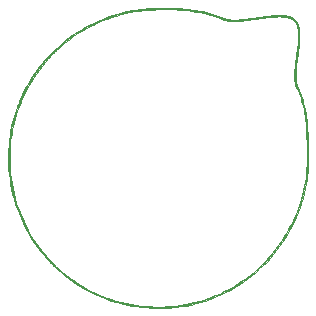
<source format=gbr>
G04 #@! TF.FileFunction,Profile,NP*
%FSLAX46Y46*%
G04 Gerber Fmt 4.6, Leading zero omitted, Abs format (unit mm)*
G04 Created by KiCad (PCBNEW no-vcs-found-product) date dom 12 lug 2015 22:33:50 CEST*
%MOMM*%
G01*
G04 APERTURE LIST*
%ADD10C,0.200000*%
%ADD11C,0.100000*%
G04 APERTURE END LIST*
D10*
D11*
G36*
X212723962Y-79023330D02*
X212723524Y-79355129D01*
X212723025Y-79458457D01*
X212722202Y-79588390D01*
X212721229Y-79705322D01*
X212720039Y-79810767D01*
X212718568Y-79906237D01*
X212716750Y-79993246D01*
X212714520Y-80073308D01*
X212711813Y-80147934D01*
X212708563Y-80218640D01*
X212704706Y-80286937D01*
X212700176Y-80354340D01*
X212694907Y-80422361D01*
X212688836Y-80492514D01*
X212681895Y-80566311D01*
X212674022Y-80645267D01*
X212670322Y-80681286D01*
X212619491Y-81102859D01*
X212611537Y-81154094D01*
X212611537Y-79445381D01*
X212611346Y-79343934D01*
X212610935Y-79235896D01*
X212610313Y-79122589D01*
X212609492Y-79005332D01*
X212608482Y-78885447D01*
X212607293Y-78764252D01*
X212605935Y-78643068D01*
X212604420Y-78523216D01*
X212602756Y-78406016D01*
X212600956Y-78292788D01*
X212599028Y-78184852D01*
X212596984Y-78083528D01*
X212594834Y-77990138D01*
X212594347Y-77970743D01*
X212585667Y-77681191D01*
X212574720Y-77405037D01*
X212561415Y-77141328D01*
X212545663Y-76889114D01*
X212527373Y-76647440D01*
X212506456Y-76415357D01*
X212482821Y-76191911D01*
X212456377Y-75976150D01*
X212427036Y-75767123D01*
X212394707Y-75563876D01*
X212359299Y-75365459D01*
X212336737Y-75249315D01*
X212282569Y-74995545D01*
X212223909Y-74753768D01*
X212160092Y-74521974D01*
X212090454Y-74298156D01*
X212014330Y-74080304D01*
X211931056Y-73866412D01*
X211839967Y-73654470D01*
X211740399Y-73442469D01*
X211736048Y-73433587D01*
X211692460Y-73338021D01*
X211655436Y-73241626D01*
X211624491Y-73142310D01*
X211599139Y-73037984D01*
X211578897Y-72926558D01*
X211563279Y-72805939D01*
X211551801Y-72674040D01*
X211548733Y-72625857D01*
X211544913Y-72545831D01*
X211542753Y-72463647D01*
X211542325Y-72378430D01*
X211543698Y-72289306D01*
X211546944Y-72195404D01*
X211552132Y-72095847D01*
X211559335Y-71989764D01*
X211568622Y-71876279D01*
X211580064Y-71754521D01*
X211593732Y-71623614D01*
X211609697Y-71482685D01*
X211628030Y-71330860D01*
X211648800Y-71167266D01*
X211672080Y-70991029D01*
X211694281Y-70827813D01*
X211717554Y-70657889D01*
X211738744Y-70501369D01*
X211757953Y-70357308D01*
X211775285Y-70224762D01*
X211790841Y-70102785D01*
X211804724Y-69990433D01*
X211817036Y-69886761D01*
X211827881Y-69790825D01*
X211837360Y-69701679D01*
X211845575Y-69618378D01*
X211852630Y-69539979D01*
X211858627Y-69465535D01*
X211863668Y-69394103D01*
X211867855Y-69324737D01*
X211871292Y-69256493D01*
X211874080Y-69188425D01*
X211875040Y-69160962D01*
X211878166Y-68976628D01*
X211874780Y-68804843D01*
X211864797Y-68645142D01*
X211848129Y-68497061D01*
X211824692Y-68360135D01*
X211794399Y-68233898D01*
X211757164Y-68117885D01*
X211712902Y-68011632D01*
X211661526Y-67914675D01*
X211637682Y-67876422D01*
X211612916Y-67842841D01*
X211579660Y-67803853D01*
X211540922Y-67762470D01*
X211499710Y-67721704D01*
X211459035Y-67684567D01*
X211421903Y-67654072D01*
X211400265Y-67638700D01*
X211308158Y-67585449D01*
X211206399Y-67538895D01*
X211094655Y-67498995D01*
X210972590Y-67465704D01*
X210839871Y-67438978D01*
X210696163Y-67418774D01*
X210541132Y-67405046D01*
X210374443Y-67397752D01*
X210195761Y-67396847D01*
X210004753Y-67402287D01*
X209801083Y-67414027D01*
X209732903Y-67419130D01*
X209668405Y-67424401D01*
X209603377Y-67430121D01*
X209536840Y-67436411D01*
X209467820Y-67443393D01*
X209395337Y-67451187D01*
X209318416Y-67459914D01*
X209236081Y-67469695D01*
X209147352Y-67480651D01*
X209051255Y-67492903D01*
X208946812Y-67506571D01*
X208833047Y-67521778D01*
X208708981Y-67538643D01*
X208573639Y-67557288D01*
X208426044Y-67577834D01*
X208265219Y-67600401D01*
X208240086Y-67603941D01*
X208078725Y-67626567D01*
X207930624Y-67647086D01*
X207794701Y-67665621D01*
X207669874Y-67682296D01*
X207555062Y-67697236D01*
X207449183Y-67710565D01*
X207351154Y-67722406D01*
X207259895Y-67732883D01*
X207174323Y-67742122D01*
X207093358Y-67750245D01*
X207015915Y-67757376D01*
X206940915Y-67763641D01*
X206867276Y-67769162D01*
X206793915Y-67774064D01*
X206719750Y-67778471D01*
X206716265Y-67778666D01*
X206653435Y-67781389D01*
X206582272Y-67783139D01*
X206505372Y-67783957D01*
X206425329Y-67783882D01*
X206344741Y-67782956D01*
X206266204Y-67781220D01*
X206192312Y-67778714D01*
X206125663Y-67775478D01*
X206068853Y-67771553D01*
X206032388Y-67767963D01*
X205898960Y-67749068D01*
X205777068Y-67725061D01*
X205664466Y-67695396D01*
X205558913Y-67659524D01*
X205512407Y-67640914D01*
X205475085Y-67625244D01*
X205429222Y-67605973D01*
X205379655Y-67585134D01*
X205331220Y-67564760D01*
X205311829Y-67556600D01*
X205048354Y-67451966D01*
X204772651Y-67354665D01*
X204485060Y-67264771D01*
X204185922Y-67182358D01*
X203875578Y-67107500D01*
X203554368Y-67040270D01*
X203222633Y-66980744D01*
X202880713Y-66928993D01*
X202528950Y-66885094D01*
X202167683Y-66849119D01*
X201984429Y-66834189D01*
X201888669Y-66827144D01*
X201798830Y-66820983D01*
X201713014Y-66815637D01*
X201629322Y-66811040D01*
X201545856Y-66807122D01*
X201460719Y-66803815D01*
X201372012Y-66801053D01*
X201277837Y-66798766D01*
X201176296Y-66796887D01*
X201065491Y-66795348D01*
X200943524Y-66794081D01*
X200841429Y-66793252D01*
X200704568Y-66792402D01*
X200580003Y-66791992D01*
X200465521Y-66792069D01*
X200358909Y-66792679D01*
X200257955Y-66793870D01*
X200160445Y-66795687D01*
X200064166Y-66798178D01*
X199966906Y-66801388D01*
X199866451Y-66805366D01*
X199760589Y-66810157D01*
X199647107Y-66815808D01*
X199564172Y-66820181D01*
X199499703Y-66823634D01*
X199436099Y-66827024D01*
X199375739Y-66830225D01*
X199321005Y-66833111D01*
X199274279Y-66835557D01*
X199237940Y-66837438D01*
X199219458Y-66838375D01*
X198825166Y-66865201D01*
X198429786Y-66906321D01*
X198033859Y-66961609D01*
X197637925Y-67030936D01*
X197242525Y-67114175D01*
X196848198Y-67211197D01*
X196455485Y-67321875D01*
X196064927Y-67446081D01*
X195677064Y-67583688D01*
X195292436Y-67734567D01*
X195115543Y-67808908D01*
X194912723Y-67898604D01*
X194702695Y-67996490D01*
X194488853Y-68100837D01*
X194274585Y-68209917D01*
X194063283Y-68322002D01*
X193858337Y-68435362D01*
X193663138Y-68548270D01*
X193650849Y-68555564D01*
X193367783Y-68728312D01*
X193093867Y-68904753D01*
X192827195Y-69086301D01*
X192565861Y-69274373D01*
X192307957Y-69470385D01*
X192051578Y-69675751D01*
X191794818Y-69891889D01*
X191535768Y-70120213D01*
X191497873Y-70154443D01*
X191460683Y-70188797D01*
X191414879Y-70232184D01*
X191361901Y-70283166D01*
X191303186Y-70340307D01*
X191240172Y-70402168D01*
X191174299Y-70467313D01*
X191107005Y-70534303D01*
X191039727Y-70601702D01*
X190973904Y-70668072D01*
X190910975Y-70731976D01*
X190852377Y-70791975D01*
X190799549Y-70846634D01*
X190753930Y-70894513D01*
X190716958Y-70934176D01*
X190709633Y-70942200D01*
X190428712Y-71260987D01*
X190161609Y-71583557D01*
X189908007Y-71910392D01*
X189667589Y-72241975D01*
X189440040Y-72578787D01*
X189225043Y-72921311D01*
X189022281Y-73270029D01*
X188831438Y-73625423D01*
X188652198Y-73987975D01*
X188516673Y-74284115D01*
X188446780Y-74446685D01*
X188375447Y-74620912D01*
X188303627Y-74804139D01*
X188232273Y-74993709D01*
X188162338Y-75186962D01*
X188094774Y-75381240D01*
X188030535Y-75573887D01*
X187970575Y-75762244D01*
X187915845Y-75943653D01*
X187892180Y-76025829D01*
X187809741Y-76331919D01*
X187736092Y-76637533D01*
X187670913Y-76944563D01*
X187613887Y-77254903D01*
X187564694Y-77570445D01*
X187523017Y-77893084D01*
X187488536Y-78224710D01*
X187460932Y-78567218D01*
X187458540Y-78602115D01*
X187455450Y-78656806D01*
X187452640Y-78724075D01*
X187450126Y-78801992D01*
X187447926Y-78888621D01*
X187446056Y-78982031D01*
X187444533Y-79080289D01*
X187443375Y-79181462D01*
X187442597Y-79283616D01*
X187442218Y-79384820D01*
X187442253Y-79483141D01*
X187442721Y-79576644D01*
X187443638Y-79663399D01*
X187445020Y-79741471D01*
X187446885Y-79808928D01*
X187447758Y-79832200D01*
X187472393Y-80261706D01*
X187510931Y-80688806D01*
X187563242Y-81113149D01*
X187629196Y-81534380D01*
X187708663Y-81952147D01*
X187801511Y-82366096D01*
X187907612Y-82775875D01*
X188026834Y-83181129D01*
X188159048Y-83581506D01*
X188304123Y-83976653D01*
X188461929Y-84366216D01*
X188632335Y-84749841D01*
X188815212Y-85127177D01*
X189010428Y-85497869D01*
X189217855Y-85861565D01*
X189437361Y-86217911D01*
X189668817Y-86566553D01*
X189912092Y-86907140D01*
X190167055Y-87239317D01*
X190189872Y-87267914D01*
X190300831Y-87404744D01*
X190410375Y-87535998D01*
X190520059Y-87663355D01*
X190631439Y-87788497D01*
X190746073Y-87913102D01*
X190865516Y-88038851D01*
X190991324Y-88167423D01*
X191125055Y-88300498D01*
X191268263Y-88439757D01*
X191333120Y-88501934D01*
X191506859Y-88665899D01*
X191673884Y-88819391D01*
X191835879Y-88963770D01*
X191994534Y-89100398D01*
X192151533Y-89230637D01*
X192308563Y-89355848D01*
X192467312Y-89477393D01*
X192629465Y-89596633D01*
X192796710Y-89714930D01*
X192970733Y-89833645D01*
X193040000Y-89879820D01*
X193393196Y-90105148D01*
X193753983Y-90318193D01*
X194122050Y-90518845D01*
X194497082Y-90706994D01*
X194878769Y-90882530D01*
X195266796Y-91045342D01*
X195660852Y-91195320D01*
X196060623Y-91332356D01*
X196465798Y-91456337D01*
X196876062Y-91567155D01*
X197291103Y-91664699D01*
X197710609Y-91748860D01*
X198134267Y-91819526D01*
X198561765Y-91876589D01*
X198780400Y-91900340D01*
X198888577Y-91910519D01*
X199006660Y-91920430D01*
X199131174Y-91929847D01*
X199258639Y-91938546D01*
X199385580Y-91946302D01*
X199508520Y-91952889D01*
X199623980Y-91958083D01*
X199727458Y-91961630D01*
X199768301Y-91962404D01*
X199821496Y-91962863D01*
X199884964Y-91963027D01*
X199956625Y-91962919D01*
X200034398Y-91962560D01*
X200116205Y-91961973D01*
X200199966Y-91961179D01*
X200283601Y-91960200D01*
X200365030Y-91959058D01*
X200442174Y-91957775D01*
X200512953Y-91956372D01*
X200575287Y-91954872D01*
X200627097Y-91953296D01*
X200663629Y-91951800D01*
X201084147Y-91924797D01*
X201497537Y-91885528D01*
X201904685Y-91833828D01*
X202306478Y-91769532D01*
X202703804Y-91692473D01*
X203097551Y-91602487D01*
X203488605Y-91499408D01*
X203877853Y-91383069D01*
X204099886Y-91310549D01*
X204486879Y-91172612D01*
X204869054Y-91021082D01*
X205246117Y-90856158D01*
X205617776Y-90678037D01*
X205983737Y-90486919D01*
X206343705Y-90283001D01*
X206697388Y-90066482D01*
X207044491Y-89837559D01*
X207384721Y-89596433D01*
X207717785Y-89343300D01*
X208043388Y-89078359D01*
X208361237Y-88801809D01*
X208671038Y-88513847D01*
X208972498Y-88214672D01*
X209265323Y-87904484D01*
X209452408Y-87695315D01*
X209727160Y-87370826D01*
X209990886Y-87037749D01*
X210243359Y-86696544D01*
X210484352Y-86347666D01*
X210713638Y-85991573D01*
X210930990Y-85628723D01*
X211136182Y-85259574D01*
X211328987Y-84884582D01*
X211509178Y-84504205D01*
X211676528Y-84118900D01*
X211830810Y-83729126D01*
X211971798Y-83335339D01*
X212099264Y-82937996D01*
X212212982Y-82537556D01*
X212312726Y-82134476D01*
X212390353Y-81769857D01*
X212454906Y-81414311D01*
X212508029Y-81061788D01*
X212550058Y-80709262D01*
X212581329Y-80353706D01*
X212602181Y-79992095D01*
X212608819Y-79807559D01*
X212609887Y-79758866D01*
X212610682Y-79696981D01*
X212611215Y-79623225D01*
X212611497Y-79538918D01*
X212611537Y-79445381D01*
X212611537Y-81154094D01*
X212554579Y-81520991D01*
X212475576Y-81935711D01*
X212382474Y-82347051D01*
X212275262Y-82755040D01*
X212153932Y-83159710D01*
X212018476Y-83561091D01*
X211868883Y-83959212D01*
X211705146Y-84354106D01*
X211527255Y-84745801D01*
X211385511Y-85035572D01*
X211186928Y-85413905D01*
X210976619Y-85784731D01*
X210754895Y-86147763D01*
X210522062Y-86502716D01*
X210278428Y-86849303D01*
X210024303Y-87187236D01*
X209759993Y-87516231D01*
X209485807Y-87836000D01*
X209202053Y-88146256D01*
X208909040Y-88446714D01*
X208607074Y-88737087D01*
X208296464Y-89017088D01*
X207977519Y-89286430D01*
X207650546Y-89544829D01*
X207315854Y-89791996D01*
X206973750Y-90027645D01*
X206624542Y-90251491D01*
X206268540Y-90463246D01*
X205906050Y-90662624D01*
X205537380Y-90849338D01*
X205162840Y-91023103D01*
X204782736Y-91183631D01*
X204767543Y-91189723D01*
X204382361Y-91336211D01*
X203990482Y-91470155D01*
X203592903Y-91591315D01*
X203190620Y-91699456D01*
X202784630Y-91794340D01*
X202375930Y-91875728D01*
X201965515Y-91943384D01*
X201554384Y-91997071D01*
X201251458Y-92027561D01*
X201167731Y-92034869D01*
X201092591Y-92041271D01*
X201024403Y-92046832D01*
X200961532Y-92051617D01*
X200902344Y-92055690D01*
X200845204Y-92059116D01*
X200788478Y-92061958D01*
X200730530Y-92064282D01*
X200669727Y-92066152D01*
X200604433Y-92067633D01*
X200533015Y-92068788D01*
X200453838Y-92069683D01*
X200365266Y-92070382D01*
X200265666Y-92070950D01*
X200153403Y-92071450D01*
X200137486Y-92071515D01*
X200012980Y-92071924D01*
X199901930Y-92072080D01*
X199803281Y-92071972D01*
X199715978Y-92071590D01*
X199638964Y-92070923D01*
X199571185Y-92069960D01*
X199511585Y-92068691D01*
X199459108Y-92067104D01*
X199412698Y-92065188D01*
X199386372Y-92063823D01*
X198984387Y-92035752D01*
X198590581Y-91997115D01*
X198202857Y-91947597D01*
X197819120Y-91886884D01*
X197437272Y-91814661D01*
X197055219Y-91730614D01*
X196875400Y-91687041D01*
X196467140Y-91578123D01*
X196064044Y-91456326D01*
X195666495Y-91321853D01*
X195274879Y-91174906D01*
X194889578Y-91015689D01*
X194510975Y-90844405D01*
X194139456Y-90661258D01*
X193775404Y-90466449D01*
X193419202Y-90260183D01*
X193071234Y-90042663D01*
X192731883Y-89814091D01*
X192401535Y-89574671D01*
X192080571Y-89324606D01*
X191769377Y-89064098D01*
X191548658Y-88867509D01*
X191496891Y-88819722D01*
X191436962Y-88763623D01*
X191370829Y-88701102D01*
X191300454Y-88634048D01*
X191227794Y-88564351D01*
X191154812Y-88493900D01*
X191083465Y-88424586D01*
X191015715Y-88358297D01*
X190953521Y-88296923D01*
X190898843Y-88242354D01*
X190870115Y-88213314D01*
X190593667Y-87921899D01*
X190326318Y-87619403D01*
X190068383Y-87306299D01*
X189820176Y-86983062D01*
X189582014Y-86650167D01*
X189354211Y-86308086D01*
X189137082Y-85957293D01*
X188930944Y-85598264D01*
X188736110Y-85231471D01*
X188552896Y-84857388D01*
X188381617Y-84476490D01*
X188375507Y-84462257D01*
X188211119Y-84060361D01*
X188060470Y-83653854D01*
X187923606Y-83242949D01*
X187800577Y-82827858D01*
X187691429Y-82408792D01*
X187596211Y-81985963D01*
X187514972Y-81559583D01*
X187447758Y-81129865D01*
X187394619Y-80697019D01*
X187355602Y-80261259D01*
X187332365Y-79861331D01*
X187330383Y-79804931D01*
X187328726Y-79736492D01*
X187327396Y-79658209D01*
X187326392Y-79572278D01*
X187325714Y-79480894D01*
X187325363Y-79386254D01*
X187325339Y-79290553D01*
X187325642Y-79195986D01*
X187326273Y-79104750D01*
X187327231Y-79019040D01*
X187328516Y-78941052D01*
X187330130Y-78872981D01*
X187332072Y-78817024D01*
X187332266Y-78812572D01*
X187358024Y-78387351D01*
X187397082Y-77967349D01*
X187449418Y-77552714D01*
X187515006Y-77143591D01*
X187593822Y-76740127D01*
X187685843Y-76342468D01*
X187791042Y-75950760D01*
X187833621Y-75806308D01*
X187871903Y-75682681D01*
X187915071Y-75548840D01*
X187962063Y-75407809D01*
X188011815Y-75262614D01*
X188063265Y-75116279D01*
X188115350Y-74971829D01*
X188167009Y-74832289D01*
X188217177Y-74700685D01*
X188261716Y-74587689D01*
X188422430Y-74206810D01*
X188596209Y-73831943D01*
X188783131Y-73462948D01*
X188983278Y-73099683D01*
X189196729Y-72742007D01*
X189423565Y-72389778D01*
X189663865Y-72042855D01*
X189844711Y-71797009D01*
X190048717Y-71533659D01*
X190258697Y-71277133D01*
X190476374Y-71025481D01*
X190703474Y-70776755D01*
X190941721Y-70529003D01*
X191146471Y-70325343D01*
X191453572Y-70035453D01*
X191770002Y-69755950D01*
X192095304Y-69487076D01*
X192429019Y-69229076D01*
X192770689Y-68982194D01*
X193119856Y-68746675D01*
X193476060Y-68522762D01*
X193838843Y-68310700D01*
X194207747Y-68110732D01*
X194582313Y-67923103D01*
X194962083Y-67748057D01*
X195346599Y-67585838D01*
X195735402Y-67436689D01*
X196128033Y-67300856D01*
X196524034Y-67178583D01*
X196922947Y-67070113D01*
X197324313Y-66975690D01*
X197510400Y-66936887D01*
X197842825Y-66875063D01*
X198172746Y-66823282D01*
X198503514Y-66781130D01*
X198838478Y-66748197D01*
X199180990Y-66724071D01*
X199288400Y-66718356D01*
X199346553Y-66715352D01*
X199413856Y-66711653D01*
X199484977Y-66707564D01*
X199554587Y-66703394D01*
X199617355Y-66699449D01*
X199622229Y-66699132D01*
X199661699Y-66697070D01*
X199714370Y-66695118D01*
X199778931Y-66693281D01*
X199854069Y-66691568D01*
X199938471Y-66689985D01*
X200030826Y-66688539D01*
X200129820Y-66687238D01*
X200234142Y-66686087D01*
X200342479Y-66685095D01*
X200453519Y-66684267D01*
X200565950Y-66683612D01*
X200678458Y-66683136D01*
X200789733Y-66682846D01*
X200898461Y-66682749D01*
X201003331Y-66682853D01*
X201103029Y-66683163D01*
X201196244Y-66683687D01*
X201281663Y-66684433D01*
X201357974Y-66685406D01*
X201423864Y-66686615D01*
X201478021Y-66688065D01*
X201505458Y-66689103D01*
X201865326Y-66709049D01*
X202221557Y-66737006D01*
X202572276Y-66772767D01*
X202915608Y-66816119D01*
X203249678Y-66866854D01*
X203522943Y-66915245D01*
X203809219Y-66972954D01*
X204083678Y-67035625D01*
X204348351Y-67103861D01*
X204605268Y-67178269D01*
X204856457Y-67259453D01*
X205103949Y-67348019D01*
X205349773Y-67444573D01*
X205477986Y-67498296D01*
X205566950Y-67534951D01*
X205650312Y-67566026D01*
X205730393Y-67591974D01*
X205809512Y-67613243D01*
X205889988Y-67630286D01*
X205974143Y-67643551D01*
X206064295Y-67653491D01*
X206162765Y-67660555D01*
X206271872Y-67665195D01*
X206346940Y-67667072D01*
X206423127Y-67668112D01*
X206498814Y-67668168D01*
X206574927Y-67667153D01*
X206652394Y-67664977D01*
X206732142Y-67661554D01*
X206815098Y-67656797D01*
X206902190Y-67650616D01*
X206994346Y-67642926D01*
X207092492Y-67633637D01*
X207197556Y-67622663D01*
X207310465Y-67609916D01*
X207432147Y-67595308D01*
X207563528Y-67578751D01*
X207705537Y-67560158D01*
X207859101Y-67539441D01*
X208025147Y-67516512D01*
X208200640Y-67491845D01*
X208364211Y-67468759D01*
X208514498Y-67447711D01*
X208652573Y-67428574D01*
X208779504Y-67411221D01*
X208896361Y-67395525D01*
X209004213Y-67381359D01*
X209104130Y-67368595D01*
X209197181Y-67357108D01*
X209284435Y-67346768D01*
X209366963Y-67337451D01*
X209445832Y-67329027D01*
X209522114Y-67321371D01*
X209596877Y-67314354D01*
X209671190Y-67307851D01*
X209746123Y-67301734D01*
X209822746Y-67295875D01*
X209891086Y-67290927D01*
X209949493Y-67287615D01*
X210017789Y-67285117D01*
X210093407Y-67283421D01*
X210173780Y-67282511D01*
X210256342Y-67282375D01*
X210338527Y-67283000D01*
X210417767Y-67284371D01*
X210491496Y-67286475D01*
X210557149Y-67289298D01*
X210612158Y-67292827D01*
X210634943Y-67294860D01*
X210786604Y-67313136D01*
X210925361Y-67336247D01*
X211052113Y-67364539D01*
X211167759Y-67398358D01*
X211273198Y-67438050D01*
X211369330Y-67483962D01*
X211457052Y-67536439D01*
X211537265Y-67595830D01*
X211610867Y-67662479D01*
X211624112Y-67675924D01*
X211693759Y-67756057D01*
X211755876Y-67844968D01*
X211810565Y-67943066D01*
X211857925Y-68050759D01*
X211898058Y-68168455D01*
X211931065Y-68296562D01*
X211957045Y-68435490D01*
X211976101Y-68585646D01*
X211988332Y-68747439D01*
X211993840Y-68921277D01*
X211992724Y-69107570D01*
X211991169Y-69164200D01*
X211988739Y-69231638D01*
X211985731Y-69298738D01*
X211982044Y-69366428D01*
X211977578Y-69435634D01*
X211972232Y-69507285D01*
X211965906Y-69582308D01*
X211958500Y-69661630D01*
X211949913Y-69746181D01*
X211940045Y-69836886D01*
X211928795Y-69934674D01*
X211916063Y-70040473D01*
X211901748Y-70155209D01*
X211885751Y-70279811D01*
X211867971Y-70415206D01*
X211848307Y-70562322D01*
X211826659Y-70722087D01*
X211806969Y-70866000D01*
X211782207Y-71048605D01*
X211759939Y-71217833D01*
X211740093Y-71374592D01*
X211722596Y-71519790D01*
X211707375Y-71654335D01*
X211694357Y-71779137D01*
X211683471Y-71895103D01*
X211674642Y-72003141D01*
X211667799Y-72104160D01*
X211662868Y-72199068D01*
X211659778Y-72288773D01*
X211658454Y-72374183D01*
X211658825Y-72456208D01*
X211660818Y-72535754D01*
X211664360Y-72613731D01*
X211665480Y-72633115D01*
X211674053Y-72749616D01*
X211685422Y-72854654D01*
X211700322Y-72951134D01*
X211719492Y-73041960D01*
X211743667Y-73130036D01*
X211773584Y-73218268D01*
X211809980Y-73309559D01*
X211853591Y-73406815D01*
X211870945Y-73443319D01*
X211964928Y-73646411D01*
X212051063Y-73849437D01*
X212130109Y-74054633D01*
X212202827Y-74264235D01*
X212269975Y-74480479D01*
X212332314Y-74705600D01*
X212390604Y-74941834D01*
X212411906Y-75035229D01*
X212448696Y-75207991D01*
X212482992Y-75385772D01*
X212514831Y-75569113D01*
X212544251Y-75758558D01*
X212571291Y-75954647D01*
X212595988Y-76157924D01*
X212618381Y-76368929D01*
X212638508Y-76588206D01*
X212656406Y-76816295D01*
X212672115Y-77053740D01*
X212685672Y-77301082D01*
X212697115Y-77558863D01*
X212706483Y-77827626D01*
X212713814Y-78107912D01*
X212719145Y-78400263D01*
X212722515Y-78705222D01*
X212723962Y-79023330D01*
X212723962Y-79023330D01*
X212723962Y-79023330D01*
G37*
X212723962Y-79023330D02*
X212723524Y-79355129D01*
X212723025Y-79458457D01*
X212722202Y-79588390D01*
X212721229Y-79705322D01*
X212720039Y-79810767D01*
X212718568Y-79906237D01*
X212716750Y-79993246D01*
X212714520Y-80073308D01*
X212711813Y-80147934D01*
X212708563Y-80218640D01*
X212704706Y-80286937D01*
X212700176Y-80354340D01*
X212694907Y-80422361D01*
X212688836Y-80492514D01*
X212681895Y-80566311D01*
X212674022Y-80645267D01*
X212670322Y-80681286D01*
X212619491Y-81102859D01*
X212611537Y-81154094D01*
X212611537Y-79445381D01*
X212611346Y-79343934D01*
X212610935Y-79235896D01*
X212610313Y-79122589D01*
X212609492Y-79005332D01*
X212608482Y-78885447D01*
X212607293Y-78764252D01*
X212605935Y-78643068D01*
X212604420Y-78523216D01*
X212602756Y-78406016D01*
X212600956Y-78292788D01*
X212599028Y-78184852D01*
X212596984Y-78083528D01*
X212594834Y-77990138D01*
X212594347Y-77970743D01*
X212585667Y-77681191D01*
X212574720Y-77405037D01*
X212561415Y-77141328D01*
X212545663Y-76889114D01*
X212527373Y-76647440D01*
X212506456Y-76415357D01*
X212482821Y-76191911D01*
X212456377Y-75976150D01*
X212427036Y-75767123D01*
X212394707Y-75563876D01*
X212359299Y-75365459D01*
X212336737Y-75249315D01*
X212282569Y-74995545D01*
X212223909Y-74753768D01*
X212160092Y-74521974D01*
X212090454Y-74298156D01*
X212014330Y-74080304D01*
X211931056Y-73866412D01*
X211839967Y-73654470D01*
X211740399Y-73442469D01*
X211736048Y-73433587D01*
X211692460Y-73338021D01*
X211655436Y-73241626D01*
X211624491Y-73142310D01*
X211599139Y-73037984D01*
X211578897Y-72926558D01*
X211563279Y-72805939D01*
X211551801Y-72674040D01*
X211548733Y-72625857D01*
X211544913Y-72545831D01*
X211542753Y-72463647D01*
X211542325Y-72378430D01*
X211543698Y-72289306D01*
X211546944Y-72195404D01*
X211552132Y-72095847D01*
X211559335Y-71989764D01*
X211568622Y-71876279D01*
X211580064Y-71754521D01*
X211593732Y-71623614D01*
X211609697Y-71482685D01*
X211628030Y-71330860D01*
X211648800Y-71167266D01*
X211672080Y-70991029D01*
X211694281Y-70827813D01*
X211717554Y-70657889D01*
X211738744Y-70501369D01*
X211757953Y-70357308D01*
X211775285Y-70224762D01*
X211790841Y-70102785D01*
X211804724Y-69990433D01*
X211817036Y-69886761D01*
X211827881Y-69790825D01*
X211837360Y-69701679D01*
X211845575Y-69618378D01*
X211852630Y-69539979D01*
X211858627Y-69465535D01*
X211863668Y-69394103D01*
X211867855Y-69324737D01*
X211871292Y-69256493D01*
X211874080Y-69188425D01*
X211875040Y-69160962D01*
X211878166Y-68976628D01*
X211874780Y-68804843D01*
X211864797Y-68645142D01*
X211848129Y-68497061D01*
X211824692Y-68360135D01*
X211794399Y-68233898D01*
X211757164Y-68117885D01*
X211712902Y-68011632D01*
X211661526Y-67914675D01*
X211637682Y-67876422D01*
X211612916Y-67842841D01*
X211579660Y-67803853D01*
X211540922Y-67762470D01*
X211499710Y-67721704D01*
X211459035Y-67684567D01*
X211421903Y-67654072D01*
X211400265Y-67638700D01*
X211308158Y-67585449D01*
X211206399Y-67538895D01*
X211094655Y-67498995D01*
X210972590Y-67465704D01*
X210839871Y-67438978D01*
X210696163Y-67418774D01*
X210541132Y-67405046D01*
X210374443Y-67397752D01*
X210195761Y-67396847D01*
X210004753Y-67402287D01*
X209801083Y-67414027D01*
X209732903Y-67419130D01*
X209668405Y-67424401D01*
X209603377Y-67430121D01*
X209536840Y-67436411D01*
X209467820Y-67443393D01*
X209395337Y-67451187D01*
X209318416Y-67459914D01*
X209236081Y-67469695D01*
X209147352Y-67480651D01*
X209051255Y-67492903D01*
X208946812Y-67506571D01*
X208833047Y-67521778D01*
X208708981Y-67538643D01*
X208573639Y-67557288D01*
X208426044Y-67577834D01*
X208265219Y-67600401D01*
X208240086Y-67603941D01*
X208078725Y-67626567D01*
X207930624Y-67647086D01*
X207794701Y-67665621D01*
X207669874Y-67682296D01*
X207555062Y-67697236D01*
X207449183Y-67710565D01*
X207351154Y-67722406D01*
X207259895Y-67732883D01*
X207174323Y-67742122D01*
X207093358Y-67750245D01*
X207015915Y-67757376D01*
X206940915Y-67763641D01*
X206867276Y-67769162D01*
X206793915Y-67774064D01*
X206719750Y-67778471D01*
X206716265Y-67778666D01*
X206653435Y-67781389D01*
X206582272Y-67783139D01*
X206505372Y-67783957D01*
X206425329Y-67783882D01*
X206344741Y-67782956D01*
X206266204Y-67781220D01*
X206192312Y-67778714D01*
X206125663Y-67775478D01*
X206068853Y-67771553D01*
X206032388Y-67767963D01*
X205898960Y-67749068D01*
X205777068Y-67725061D01*
X205664466Y-67695396D01*
X205558913Y-67659524D01*
X205512407Y-67640914D01*
X205475085Y-67625244D01*
X205429222Y-67605973D01*
X205379655Y-67585134D01*
X205331220Y-67564760D01*
X205311829Y-67556600D01*
X205048354Y-67451966D01*
X204772651Y-67354665D01*
X204485060Y-67264771D01*
X204185922Y-67182358D01*
X203875578Y-67107500D01*
X203554368Y-67040270D01*
X203222633Y-66980744D01*
X202880713Y-66928993D01*
X202528950Y-66885094D01*
X202167683Y-66849119D01*
X201984429Y-66834189D01*
X201888669Y-66827144D01*
X201798830Y-66820983D01*
X201713014Y-66815637D01*
X201629322Y-66811040D01*
X201545856Y-66807122D01*
X201460719Y-66803815D01*
X201372012Y-66801053D01*
X201277837Y-66798766D01*
X201176296Y-66796887D01*
X201065491Y-66795348D01*
X200943524Y-66794081D01*
X200841429Y-66793252D01*
X200704568Y-66792402D01*
X200580003Y-66791992D01*
X200465521Y-66792069D01*
X200358909Y-66792679D01*
X200257955Y-66793870D01*
X200160445Y-66795687D01*
X200064166Y-66798178D01*
X199966906Y-66801388D01*
X199866451Y-66805366D01*
X199760589Y-66810157D01*
X199647107Y-66815808D01*
X199564172Y-66820181D01*
X199499703Y-66823634D01*
X199436099Y-66827024D01*
X199375739Y-66830225D01*
X199321005Y-66833111D01*
X199274279Y-66835557D01*
X199237940Y-66837438D01*
X199219458Y-66838375D01*
X198825166Y-66865201D01*
X198429786Y-66906321D01*
X198033859Y-66961609D01*
X197637925Y-67030936D01*
X197242525Y-67114175D01*
X196848198Y-67211197D01*
X196455485Y-67321875D01*
X196064927Y-67446081D01*
X195677064Y-67583688D01*
X195292436Y-67734567D01*
X195115543Y-67808908D01*
X194912723Y-67898604D01*
X194702695Y-67996490D01*
X194488853Y-68100837D01*
X194274585Y-68209917D01*
X194063283Y-68322002D01*
X193858337Y-68435362D01*
X193663138Y-68548270D01*
X193650849Y-68555564D01*
X193367783Y-68728312D01*
X193093867Y-68904753D01*
X192827195Y-69086301D01*
X192565861Y-69274373D01*
X192307957Y-69470385D01*
X192051578Y-69675751D01*
X191794818Y-69891889D01*
X191535768Y-70120213D01*
X191497873Y-70154443D01*
X191460683Y-70188797D01*
X191414879Y-70232184D01*
X191361901Y-70283166D01*
X191303186Y-70340307D01*
X191240172Y-70402168D01*
X191174299Y-70467313D01*
X191107005Y-70534303D01*
X191039727Y-70601702D01*
X190973904Y-70668072D01*
X190910975Y-70731976D01*
X190852377Y-70791975D01*
X190799549Y-70846634D01*
X190753930Y-70894513D01*
X190716958Y-70934176D01*
X190709633Y-70942200D01*
X190428712Y-71260987D01*
X190161609Y-71583557D01*
X189908007Y-71910392D01*
X189667589Y-72241975D01*
X189440040Y-72578787D01*
X189225043Y-72921311D01*
X189022281Y-73270029D01*
X188831438Y-73625423D01*
X188652198Y-73987975D01*
X188516673Y-74284115D01*
X188446780Y-74446685D01*
X188375447Y-74620912D01*
X188303627Y-74804139D01*
X188232273Y-74993709D01*
X188162338Y-75186962D01*
X188094774Y-75381240D01*
X188030535Y-75573887D01*
X187970575Y-75762244D01*
X187915845Y-75943653D01*
X187892180Y-76025829D01*
X187809741Y-76331919D01*
X187736092Y-76637533D01*
X187670913Y-76944563D01*
X187613887Y-77254903D01*
X187564694Y-77570445D01*
X187523017Y-77893084D01*
X187488536Y-78224710D01*
X187460932Y-78567218D01*
X187458540Y-78602115D01*
X187455450Y-78656806D01*
X187452640Y-78724075D01*
X187450126Y-78801992D01*
X187447926Y-78888621D01*
X187446056Y-78982031D01*
X187444533Y-79080289D01*
X187443375Y-79181462D01*
X187442597Y-79283616D01*
X187442218Y-79384820D01*
X187442253Y-79483141D01*
X187442721Y-79576644D01*
X187443638Y-79663399D01*
X187445020Y-79741471D01*
X187446885Y-79808928D01*
X187447758Y-79832200D01*
X187472393Y-80261706D01*
X187510931Y-80688806D01*
X187563242Y-81113149D01*
X187629196Y-81534380D01*
X187708663Y-81952147D01*
X187801511Y-82366096D01*
X187907612Y-82775875D01*
X188026834Y-83181129D01*
X188159048Y-83581506D01*
X188304123Y-83976653D01*
X188461929Y-84366216D01*
X188632335Y-84749841D01*
X188815212Y-85127177D01*
X189010428Y-85497869D01*
X189217855Y-85861565D01*
X189437361Y-86217911D01*
X189668817Y-86566553D01*
X189912092Y-86907140D01*
X190167055Y-87239317D01*
X190189872Y-87267914D01*
X190300831Y-87404744D01*
X190410375Y-87535998D01*
X190520059Y-87663355D01*
X190631439Y-87788497D01*
X190746073Y-87913102D01*
X190865516Y-88038851D01*
X190991324Y-88167423D01*
X191125055Y-88300498D01*
X191268263Y-88439757D01*
X191333120Y-88501934D01*
X191506859Y-88665899D01*
X191673884Y-88819391D01*
X191835879Y-88963770D01*
X191994534Y-89100398D01*
X192151533Y-89230637D01*
X192308563Y-89355848D01*
X192467312Y-89477393D01*
X192629465Y-89596633D01*
X192796710Y-89714930D01*
X192970733Y-89833645D01*
X193040000Y-89879820D01*
X193393196Y-90105148D01*
X193753983Y-90318193D01*
X194122050Y-90518845D01*
X194497082Y-90706994D01*
X194878769Y-90882530D01*
X195266796Y-91045342D01*
X195660852Y-91195320D01*
X196060623Y-91332356D01*
X196465798Y-91456337D01*
X196876062Y-91567155D01*
X197291103Y-91664699D01*
X197710609Y-91748860D01*
X198134267Y-91819526D01*
X198561765Y-91876589D01*
X198780400Y-91900340D01*
X198888577Y-91910519D01*
X199006660Y-91920430D01*
X199131174Y-91929847D01*
X199258639Y-91938546D01*
X199385580Y-91946302D01*
X199508520Y-91952889D01*
X199623980Y-91958083D01*
X199727458Y-91961630D01*
X199768301Y-91962404D01*
X199821496Y-91962863D01*
X199884964Y-91963027D01*
X199956625Y-91962919D01*
X200034398Y-91962560D01*
X200116205Y-91961973D01*
X200199966Y-91961179D01*
X200283601Y-91960200D01*
X200365030Y-91959058D01*
X200442174Y-91957775D01*
X200512953Y-91956372D01*
X200575287Y-91954872D01*
X200627097Y-91953296D01*
X200663629Y-91951800D01*
X201084147Y-91924797D01*
X201497537Y-91885528D01*
X201904685Y-91833828D01*
X202306478Y-91769532D01*
X202703804Y-91692473D01*
X203097551Y-91602487D01*
X203488605Y-91499408D01*
X203877853Y-91383069D01*
X204099886Y-91310549D01*
X204486879Y-91172612D01*
X204869054Y-91021082D01*
X205246117Y-90856158D01*
X205617776Y-90678037D01*
X205983737Y-90486919D01*
X206343705Y-90283001D01*
X206697388Y-90066482D01*
X207044491Y-89837559D01*
X207384721Y-89596433D01*
X207717785Y-89343300D01*
X208043388Y-89078359D01*
X208361237Y-88801809D01*
X208671038Y-88513847D01*
X208972498Y-88214672D01*
X209265323Y-87904484D01*
X209452408Y-87695315D01*
X209727160Y-87370826D01*
X209990886Y-87037749D01*
X210243359Y-86696544D01*
X210484352Y-86347666D01*
X210713638Y-85991573D01*
X210930990Y-85628723D01*
X211136182Y-85259574D01*
X211328987Y-84884582D01*
X211509178Y-84504205D01*
X211676528Y-84118900D01*
X211830810Y-83729126D01*
X211971798Y-83335339D01*
X212099264Y-82937996D01*
X212212982Y-82537556D01*
X212312726Y-82134476D01*
X212390353Y-81769857D01*
X212454906Y-81414311D01*
X212508029Y-81061788D01*
X212550058Y-80709262D01*
X212581329Y-80353706D01*
X212602181Y-79992095D01*
X212608819Y-79807559D01*
X212609887Y-79758866D01*
X212610682Y-79696981D01*
X212611215Y-79623225D01*
X212611497Y-79538918D01*
X212611537Y-79445381D01*
X212611537Y-81154094D01*
X212554579Y-81520991D01*
X212475576Y-81935711D01*
X212382474Y-82347051D01*
X212275262Y-82755040D01*
X212153932Y-83159710D01*
X212018476Y-83561091D01*
X211868883Y-83959212D01*
X211705146Y-84354106D01*
X211527255Y-84745801D01*
X211385511Y-85035572D01*
X211186928Y-85413905D01*
X210976619Y-85784731D01*
X210754895Y-86147763D01*
X210522062Y-86502716D01*
X210278428Y-86849303D01*
X210024303Y-87187236D01*
X209759993Y-87516231D01*
X209485807Y-87836000D01*
X209202053Y-88146256D01*
X208909040Y-88446714D01*
X208607074Y-88737087D01*
X208296464Y-89017088D01*
X207977519Y-89286430D01*
X207650546Y-89544829D01*
X207315854Y-89791996D01*
X206973750Y-90027645D01*
X206624542Y-90251491D01*
X206268540Y-90463246D01*
X205906050Y-90662624D01*
X205537380Y-90849338D01*
X205162840Y-91023103D01*
X204782736Y-91183631D01*
X204767543Y-91189723D01*
X204382361Y-91336211D01*
X203990482Y-91470155D01*
X203592903Y-91591315D01*
X203190620Y-91699456D01*
X202784630Y-91794340D01*
X202375930Y-91875728D01*
X201965515Y-91943384D01*
X201554384Y-91997071D01*
X201251458Y-92027561D01*
X201167731Y-92034869D01*
X201092591Y-92041271D01*
X201024403Y-92046832D01*
X200961532Y-92051617D01*
X200902344Y-92055690D01*
X200845204Y-92059116D01*
X200788478Y-92061958D01*
X200730530Y-92064282D01*
X200669727Y-92066152D01*
X200604433Y-92067633D01*
X200533015Y-92068788D01*
X200453838Y-92069683D01*
X200365266Y-92070382D01*
X200265666Y-92070950D01*
X200153403Y-92071450D01*
X200137486Y-92071515D01*
X200012980Y-92071924D01*
X199901930Y-92072080D01*
X199803281Y-92071972D01*
X199715978Y-92071590D01*
X199638964Y-92070923D01*
X199571185Y-92069960D01*
X199511585Y-92068691D01*
X199459108Y-92067104D01*
X199412698Y-92065188D01*
X199386372Y-92063823D01*
X198984387Y-92035752D01*
X198590581Y-91997115D01*
X198202857Y-91947597D01*
X197819120Y-91886884D01*
X197437272Y-91814661D01*
X197055219Y-91730614D01*
X196875400Y-91687041D01*
X196467140Y-91578123D01*
X196064044Y-91456326D01*
X195666495Y-91321853D01*
X195274879Y-91174906D01*
X194889578Y-91015689D01*
X194510975Y-90844405D01*
X194139456Y-90661258D01*
X193775404Y-90466449D01*
X193419202Y-90260183D01*
X193071234Y-90042663D01*
X192731883Y-89814091D01*
X192401535Y-89574671D01*
X192080571Y-89324606D01*
X191769377Y-89064098D01*
X191548658Y-88867509D01*
X191496891Y-88819722D01*
X191436962Y-88763623D01*
X191370829Y-88701102D01*
X191300454Y-88634048D01*
X191227794Y-88564351D01*
X191154812Y-88493900D01*
X191083465Y-88424586D01*
X191015715Y-88358297D01*
X190953521Y-88296923D01*
X190898843Y-88242354D01*
X190870115Y-88213314D01*
X190593667Y-87921899D01*
X190326318Y-87619403D01*
X190068383Y-87306299D01*
X189820176Y-86983062D01*
X189582014Y-86650167D01*
X189354211Y-86308086D01*
X189137082Y-85957293D01*
X188930944Y-85598264D01*
X188736110Y-85231471D01*
X188552896Y-84857388D01*
X188381617Y-84476490D01*
X188375507Y-84462257D01*
X188211119Y-84060361D01*
X188060470Y-83653854D01*
X187923606Y-83242949D01*
X187800577Y-82827858D01*
X187691429Y-82408792D01*
X187596211Y-81985963D01*
X187514972Y-81559583D01*
X187447758Y-81129865D01*
X187394619Y-80697019D01*
X187355602Y-80261259D01*
X187332365Y-79861331D01*
X187330383Y-79804931D01*
X187328726Y-79736492D01*
X187327396Y-79658209D01*
X187326392Y-79572278D01*
X187325714Y-79480894D01*
X187325363Y-79386254D01*
X187325339Y-79290553D01*
X187325642Y-79195986D01*
X187326273Y-79104750D01*
X187327231Y-79019040D01*
X187328516Y-78941052D01*
X187330130Y-78872981D01*
X187332072Y-78817024D01*
X187332266Y-78812572D01*
X187358024Y-78387351D01*
X187397082Y-77967349D01*
X187449418Y-77552714D01*
X187515006Y-77143591D01*
X187593822Y-76740127D01*
X187685843Y-76342468D01*
X187791042Y-75950760D01*
X187833621Y-75806308D01*
X187871903Y-75682681D01*
X187915071Y-75548840D01*
X187962063Y-75407809D01*
X188011815Y-75262614D01*
X188063265Y-75116279D01*
X188115350Y-74971829D01*
X188167009Y-74832289D01*
X188217177Y-74700685D01*
X188261716Y-74587689D01*
X188422430Y-74206810D01*
X188596209Y-73831943D01*
X188783131Y-73462948D01*
X188983278Y-73099683D01*
X189196729Y-72742007D01*
X189423565Y-72389778D01*
X189663865Y-72042855D01*
X189844711Y-71797009D01*
X190048717Y-71533659D01*
X190258697Y-71277133D01*
X190476374Y-71025481D01*
X190703474Y-70776755D01*
X190941721Y-70529003D01*
X191146471Y-70325343D01*
X191453572Y-70035453D01*
X191770002Y-69755950D01*
X192095304Y-69487076D01*
X192429019Y-69229076D01*
X192770689Y-68982194D01*
X193119856Y-68746675D01*
X193476060Y-68522762D01*
X193838843Y-68310700D01*
X194207747Y-68110732D01*
X194582313Y-67923103D01*
X194962083Y-67748057D01*
X195346599Y-67585838D01*
X195735402Y-67436689D01*
X196128033Y-67300856D01*
X196524034Y-67178583D01*
X196922947Y-67070113D01*
X197324313Y-66975690D01*
X197510400Y-66936887D01*
X197842825Y-66875063D01*
X198172746Y-66823282D01*
X198503514Y-66781130D01*
X198838478Y-66748197D01*
X199180990Y-66724071D01*
X199288400Y-66718356D01*
X199346553Y-66715352D01*
X199413856Y-66711653D01*
X199484977Y-66707564D01*
X199554587Y-66703394D01*
X199617355Y-66699449D01*
X199622229Y-66699132D01*
X199661699Y-66697070D01*
X199714370Y-66695118D01*
X199778931Y-66693281D01*
X199854069Y-66691568D01*
X199938471Y-66689985D01*
X200030826Y-66688539D01*
X200129820Y-66687238D01*
X200234142Y-66686087D01*
X200342479Y-66685095D01*
X200453519Y-66684267D01*
X200565950Y-66683612D01*
X200678458Y-66683136D01*
X200789733Y-66682846D01*
X200898461Y-66682749D01*
X201003331Y-66682853D01*
X201103029Y-66683163D01*
X201196244Y-66683687D01*
X201281663Y-66684433D01*
X201357974Y-66685406D01*
X201423864Y-66686615D01*
X201478021Y-66688065D01*
X201505458Y-66689103D01*
X201865326Y-66709049D01*
X202221557Y-66737006D01*
X202572276Y-66772767D01*
X202915608Y-66816119D01*
X203249678Y-66866854D01*
X203522943Y-66915245D01*
X203809219Y-66972954D01*
X204083678Y-67035625D01*
X204348351Y-67103861D01*
X204605268Y-67178269D01*
X204856457Y-67259453D01*
X205103949Y-67348019D01*
X205349773Y-67444573D01*
X205477986Y-67498296D01*
X205566950Y-67534951D01*
X205650312Y-67566026D01*
X205730393Y-67591974D01*
X205809512Y-67613243D01*
X205889988Y-67630286D01*
X205974143Y-67643551D01*
X206064295Y-67653491D01*
X206162765Y-67660555D01*
X206271872Y-67665195D01*
X206346940Y-67667072D01*
X206423127Y-67668112D01*
X206498814Y-67668168D01*
X206574927Y-67667153D01*
X206652394Y-67664977D01*
X206732142Y-67661554D01*
X206815098Y-67656797D01*
X206902190Y-67650616D01*
X206994346Y-67642926D01*
X207092492Y-67633637D01*
X207197556Y-67622663D01*
X207310465Y-67609916D01*
X207432147Y-67595308D01*
X207563528Y-67578751D01*
X207705537Y-67560158D01*
X207859101Y-67539441D01*
X208025147Y-67516512D01*
X208200640Y-67491845D01*
X208364211Y-67468759D01*
X208514498Y-67447711D01*
X208652573Y-67428574D01*
X208779504Y-67411221D01*
X208896361Y-67395525D01*
X209004213Y-67381359D01*
X209104130Y-67368595D01*
X209197181Y-67357108D01*
X209284435Y-67346768D01*
X209366963Y-67337451D01*
X209445832Y-67329027D01*
X209522114Y-67321371D01*
X209596877Y-67314354D01*
X209671190Y-67307851D01*
X209746123Y-67301734D01*
X209822746Y-67295875D01*
X209891086Y-67290927D01*
X209949493Y-67287615D01*
X210017789Y-67285117D01*
X210093407Y-67283421D01*
X210173780Y-67282511D01*
X210256342Y-67282375D01*
X210338527Y-67283000D01*
X210417767Y-67284371D01*
X210491496Y-67286475D01*
X210557149Y-67289298D01*
X210612158Y-67292827D01*
X210634943Y-67294860D01*
X210786604Y-67313136D01*
X210925361Y-67336247D01*
X211052113Y-67364539D01*
X211167759Y-67398358D01*
X211273198Y-67438050D01*
X211369330Y-67483962D01*
X211457052Y-67536439D01*
X211537265Y-67595830D01*
X211610867Y-67662479D01*
X211624112Y-67675924D01*
X211693759Y-67756057D01*
X211755876Y-67844968D01*
X211810565Y-67943066D01*
X211857925Y-68050759D01*
X211898058Y-68168455D01*
X211931065Y-68296562D01*
X211957045Y-68435490D01*
X211976101Y-68585646D01*
X211988332Y-68747439D01*
X211993840Y-68921277D01*
X211992724Y-69107570D01*
X211991169Y-69164200D01*
X211988739Y-69231638D01*
X211985731Y-69298738D01*
X211982044Y-69366428D01*
X211977578Y-69435634D01*
X211972232Y-69507285D01*
X211965906Y-69582308D01*
X211958500Y-69661630D01*
X211949913Y-69746181D01*
X211940045Y-69836886D01*
X211928795Y-69934674D01*
X211916063Y-70040473D01*
X211901748Y-70155209D01*
X211885751Y-70279811D01*
X211867971Y-70415206D01*
X211848307Y-70562322D01*
X211826659Y-70722087D01*
X211806969Y-70866000D01*
X211782207Y-71048605D01*
X211759939Y-71217833D01*
X211740093Y-71374592D01*
X211722596Y-71519790D01*
X211707375Y-71654335D01*
X211694357Y-71779137D01*
X211683471Y-71895103D01*
X211674642Y-72003141D01*
X211667799Y-72104160D01*
X211662868Y-72199068D01*
X211659778Y-72288773D01*
X211658454Y-72374183D01*
X211658825Y-72456208D01*
X211660818Y-72535754D01*
X211664360Y-72613731D01*
X211665480Y-72633115D01*
X211674053Y-72749616D01*
X211685422Y-72854654D01*
X211700322Y-72951134D01*
X211719492Y-73041960D01*
X211743667Y-73130036D01*
X211773584Y-73218268D01*
X211809980Y-73309559D01*
X211853591Y-73406815D01*
X211870945Y-73443319D01*
X211964928Y-73646411D01*
X212051063Y-73849437D01*
X212130109Y-74054633D01*
X212202827Y-74264235D01*
X212269975Y-74480479D01*
X212332314Y-74705600D01*
X212390604Y-74941834D01*
X212411906Y-75035229D01*
X212448696Y-75207991D01*
X212482992Y-75385772D01*
X212514831Y-75569113D01*
X212544251Y-75758558D01*
X212571291Y-75954647D01*
X212595988Y-76157924D01*
X212618381Y-76368929D01*
X212638508Y-76588206D01*
X212656406Y-76816295D01*
X212672115Y-77053740D01*
X212685672Y-77301082D01*
X212697115Y-77558863D01*
X212706483Y-77827626D01*
X212713814Y-78107912D01*
X212719145Y-78400263D01*
X212722515Y-78705222D01*
X212723962Y-79023330D01*
X212723962Y-79023330D01*
M02*

</source>
